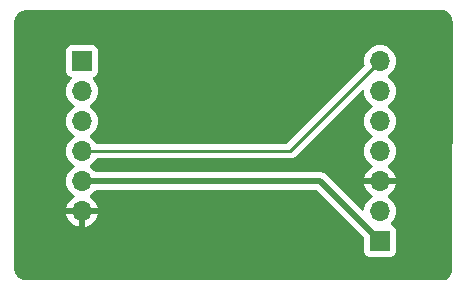
<source format=gbr>
%TF.GenerationSoftware,KiCad,Pcbnew,7.0.7*%
%TF.CreationDate,2024-04-13T21:05:36-07:00*%
%TF.ProjectId,SD-Breakout,53442d42-7265-4616-9b6f-75742e6b6963,rev?*%
%TF.SameCoordinates,Original*%
%TF.FileFunction,Copper,L2,Bot*%
%TF.FilePolarity,Positive*%
%FSLAX46Y46*%
G04 Gerber Fmt 4.6, Leading zero omitted, Abs format (unit mm)*
G04 Created by KiCad (PCBNEW 7.0.7) date 2024-04-13 21:05:36*
%MOMM*%
%LPD*%
G01*
G04 APERTURE LIST*
%TA.AperFunction,ComponentPad*%
%ADD10R,1.700000X1.700000*%
%TD*%
%TA.AperFunction,ComponentPad*%
%ADD11O,1.700000X1.700000*%
%TD*%
%TA.AperFunction,Conductor*%
%ADD12C,0.250000*%
%TD*%
%TA.AperFunction,Conductor*%
%ADD13C,0.508000*%
%TD*%
G04 APERTURE END LIST*
D10*
%TO.P,J2,1,Pin_1*%
%TO.N,/3.3V*%
X147574000Y-73660000D03*
D11*
%TO.P,J2,2,Pin_2*%
%TO.N,unconnected-(J2-Pin_2-Pad2)*%
X147574000Y-71120000D03*
%TO.P,J2,3,Pin_3*%
%TO.N,GND*%
X147574000Y-68580000D03*
%TO.P,J2,4,Pin_4*%
%TO.N,/CLK*%
X147574000Y-66040000D03*
%TO.P,J2,5,Pin_5*%
%TO.N,/MISO*%
X147574000Y-63500000D03*
%TO.P,J2,6,Pin_6*%
%TO.N,/MOSI*%
X147574000Y-60960000D03*
%TO.P,J2,7,Pin_7*%
%TO.N,/CS*%
X147574000Y-58420000D03*
%TD*%
D10*
%TO.P,J1,1,Pin_1*%
%TO.N,/MOSI*%
X122350000Y-58420000D03*
D11*
%TO.P,J1,2,Pin_2*%
%TO.N,/MISO*%
X122350000Y-60960000D03*
%TO.P,J1,3,Pin_3*%
%TO.N,/CLK*%
X122350000Y-63500000D03*
%TO.P,J1,4,Pin_4*%
%TO.N,/CS*%
X122350000Y-66040000D03*
%TO.P,J1,5,Pin_5*%
%TO.N,/3.3V*%
X122350000Y-68580000D03*
%TO.P,J1,6,Pin_6*%
%TO.N,GND*%
X122350000Y-71120000D03*
%TD*%
D12*
%TO.N,/CS*%
X122350000Y-66040000D02*
X139954000Y-66040000D01*
X139954000Y-66040000D02*
X147574000Y-58420000D01*
D13*
%TO.N,/3.3V*%
X142494000Y-68580000D02*
X147574000Y-73660000D01*
X122350000Y-68580000D02*
X142494000Y-68580000D01*
%TD*%
%TA.AperFunction,Conductor*%
%TO.N,GND*%
G36*
X146137675Y-60843428D02*
G01*
X146193608Y-60885300D01*
X146218025Y-60950764D01*
X146218341Y-60959610D01*
X146218341Y-60960000D01*
X146238936Y-61195403D01*
X146238938Y-61195413D01*
X146300094Y-61423655D01*
X146300096Y-61423659D01*
X146300097Y-61423663D01*
X146399965Y-61637830D01*
X146399967Y-61637834D01*
X146535501Y-61831395D01*
X146535506Y-61831402D01*
X146702597Y-61998493D01*
X146702603Y-61998498D01*
X146888158Y-62128425D01*
X146931783Y-62183002D01*
X146938977Y-62252500D01*
X146907454Y-62314855D01*
X146888158Y-62331575D01*
X146702597Y-62461505D01*
X146535505Y-62628597D01*
X146399965Y-62822169D01*
X146399964Y-62822171D01*
X146300098Y-63036335D01*
X146300094Y-63036344D01*
X146238938Y-63264586D01*
X146238936Y-63264596D01*
X146218341Y-63499999D01*
X146218341Y-63500000D01*
X146238936Y-63735403D01*
X146238938Y-63735413D01*
X146300094Y-63963655D01*
X146300096Y-63963659D01*
X146300097Y-63963663D01*
X146399964Y-64177830D01*
X146399965Y-64177830D01*
X146399967Y-64177834D01*
X146535501Y-64371395D01*
X146535506Y-64371402D01*
X146702597Y-64538493D01*
X146702603Y-64538498D01*
X146888158Y-64668425D01*
X146931783Y-64723002D01*
X146938977Y-64792500D01*
X146907454Y-64854855D01*
X146888158Y-64871575D01*
X146702597Y-65001505D01*
X146535505Y-65168597D01*
X146399965Y-65362169D01*
X146399964Y-65362171D01*
X146300098Y-65576335D01*
X146300094Y-65576344D01*
X146238938Y-65804586D01*
X146238936Y-65804596D01*
X146218341Y-66039999D01*
X146218341Y-66040000D01*
X146238936Y-66275403D01*
X146238938Y-66275413D01*
X146300094Y-66503655D01*
X146300096Y-66503659D01*
X146300097Y-66503663D01*
X146346630Y-66603453D01*
X146399965Y-66717830D01*
X146399967Y-66717834D01*
X146508281Y-66872521D01*
X146535501Y-66911396D01*
X146535506Y-66911402D01*
X146702597Y-67078493D01*
X146702603Y-67078498D01*
X146888594Y-67208730D01*
X146932219Y-67263307D01*
X146939413Y-67332805D01*
X146907890Y-67395160D01*
X146888595Y-67411880D01*
X146702922Y-67541890D01*
X146702920Y-67541891D01*
X146535891Y-67708920D01*
X146535886Y-67708926D01*
X146400400Y-67902420D01*
X146400399Y-67902422D01*
X146300570Y-68116507D01*
X146300567Y-68116513D01*
X146243364Y-68329999D01*
X146243364Y-68330000D01*
X146960653Y-68330000D01*
X147027692Y-68349685D01*
X147073447Y-68402489D01*
X147083391Y-68471647D01*
X147079631Y-68488933D01*
X147074000Y-68508111D01*
X147074000Y-68651888D01*
X147079631Y-68671067D01*
X147079630Y-68740936D01*
X147041855Y-68799714D01*
X146978299Y-68828738D01*
X146960653Y-68830000D01*
X146243364Y-68830000D01*
X146300567Y-69043486D01*
X146300570Y-69043492D01*
X146400399Y-69257578D01*
X146535894Y-69451082D01*
X146702917Y-69618105D01*
X146888595Y-69748119D01*
X146932219Y-69802696D01*
X146939412Y-69872195D01*
X146907890Y-69934549D01*
X146888595Y-69951269D01*
X146702594Y-70081508D01*
X146535505Y-70248597D01*
X146399965Y-70442169D01*
X146399964Y-70442171D01*
X146300098Y-70656335D01*
X146300094Y-70656344D01*
X146238938Y-70884586D01*
X146238936Y-70884596D01*
X146232079Y-70962973D01*
X146206626Y-71028042D01*
X146150035Y-71069020D01*
X146080273Y-71072898D01*
X146020870Y-71039846D01*
X143072766Y-68091742D01*
X143060984Y-68078109D01*
X143057604Y-68073569D01*
X143046539Y-68058706D01*
X143046537Y-68058704D01*
X143046538Y-68058704D01*
X143018932Y-68035541D01*
X143006285Y-68024928D01*
X143002310Y-68021286D01*
X142996441Y-68015417D01*
X142996440Y-68015416D01*
X142996438Y-68015414D01*
X142970584Y-67994972D01*
X142911427Y-67945333D01*
X142905394Y-67941365D01*
X142905422Y-67941321D01*
X142898961Y-67937204D01*
X142898934Y-67937250D01*
X142892790Y-67933460D01*
X142822808Y-67900827D01*
X142753815Y-67866177D01*
X142747031Y-67863708D01*
X142747049Y-67863658D01*
X142739807Y-67861141D01*
X142739791Y-67861191D01*
X142732938Y-67858920D01*
X142657311Y-67843304D01*
X142582181Y-67825498D01*
X142575014Y-67824661D01*
X142575020Y-67824607D01*
X142567405Y-67823829D01*
X142567401Y-67823883D01*
X142560210Y-67823253D01*
X142483018Y-67825500D01*
X123534901Y-67825500D01*
X123467862Y-67805815D01*
X123433326Y-67772624D01*
X123426128Y-67762345D01*
X123388495Y-67708599D01*
X123221401Y-67541505D01*
X123221399Y-67541504D01*
X123221396Y-67541501D01*
X123035842Y-67411575D01*
X122992217Y-67356998D01*
X122985023Y-67287500D01*
X123016546Y-67225145D01*
X123035842Y-67208425D01*
X123058026Y-67192891D01*
X123221401Y-67078495D01*
X123388495Y-66911401D01*
X123523651Y-66718377D01*
X123578229Y-66674752D01*
X123625227Y-66665500D01*
X139871257Y-66665500D01*
X139886877Y-66667224D01*
X139886904Y-66666939D01*
X139894660Y-66667671D01*
X139894667Y-66667673D01*
X139963814Y-66665500D01*
X139993350Y-66665500D01*
X140000228Y-66664630D01*
X140006041Y-66664172D01*
X140052627Y-66662709D01*
X140071869Y-66657117D01*
X140090912Y-66653174D01*
X140110792Y-66650664D01*
X140154122Y-66633507D01*
X140159646Y-66631617D01*
X140163396Y-66630527D01*
X140204390Y-66618618D01*
X140221629Y-66608422D01*
X140239103Y-66599862D01*
X140257727Y-66592488D01*
X140257727Y-66592487D01*
X140257732Y-66592486D01*
X140295449Y-66565082D01*
X140300305Y-66561892D01*
X140340420Y-66538170D01*
X140354589Y-66523999D01*
X140369379Y-66511368D01*
X140385587Y-66499594D01*
X140415299Y-66463676D01*
X140419212Y-66459376D01*
X146006662Y-60871927D01*
X146067983Y-60838444D01*
X146137675Y-60843428D01*
G37*
%TD.AperFunction*%
%TA.AperFunction,Conductor*%
G36*
X152700302Y-54059158D02*
G01*
X152743055Y-54062897D01*
X152872306Y-54075626D01*
X152892229Y-54079250D01*
X152959813Y-54097358D01*
X153054962Y-54126220D01*
X153071367Y-54132497D01*
X153139817Y-54164415D01*
X153142834Y-54165923D01*
X153228395Y-54211655D01*
X153234714Y-54215537D01*
X153301881Y-54262568D01*
X153305635Y-54265415D01*
X153358751Y-54309006D01*
X153379233Y-54325815D01*
X153383733Y-54329893D01*
X153442104Y-54388264D01*
X153446183Y-54392765D01*
X153506573Y-54466350D01*
X153509435Y-54470123D01*
X153556456Y-54537276D01*
X153560348Y-54543612D01*
X153606071Y-54629156D01*
X153607583Y-54632181D01*
X153639501Y-54700631D01*
X153645779Y-54717038D01*
X153674642Y-54812188D01*
X153692746Y-54879762D01*
X153696373Y-54899698D01*
X153709099Y-55028925D01*
X153712837Y-55071650D01*
X153713073Y-55077185D01*
X153669607Y-75894289D01*
X153669500Y-75894650D01*
X153669500Y-75943601D01*
X153669315Y-75948389D01*
X153667013Y-75978119D01*
X153650575Y-76154877D01*
X153649181Y-76163391D01*
X153631227Y-76239447D01*
X153630502Y-76242229D01*
X153595078Y-76366262D01*
X153592890Y-76372605D01*
X153560568Y-76452052D01*
X153558592Y-76456417D01*
X153503487Y-76566628D01*
X153501180Y-76570828D01*
X153457021Y-76644342D01*
X153453261Y-76649898D01*
X153375274Y-76752677D01*
X153373483Y-76754926D01*
X153323430Y-76814900D01*
X153317456Y-76821123D01*
X153197990Y-76929383D01*
X153135096Y-76959814D01*
X153114724Y-76961499D01*
X117604705Y-76961499D01*
X117599303Y-76961263D01*
X117572473Y-76958916D01*
X117556484Y-76957517D01*
X117427282Y-76944791D01*
X117407344Y-76941163D01*
X117339758Y-76923054D01*
X117244624Y-76894196D01*
X117228215Y-76887917D01*
X117183632Y-76867128D01*
X117159751Y-76855992D01*
X117156737Y-76854485D01*
X117071196Y-76808762D01*
X117064862Y-76804871D01*
X116997707Y-76757849D01*
X116993942Y-76754992D01*
X116920346Y-76694593D01*
X116915845Y-76690514D01*
X116857483Y-76632152D01*
X116853405Y-76627652D01*
X116793002Y-76554051D01*
X116790156Y-76550300D01*
X116743122Y-76483128D01*
X116739242Y-76476812D01*
X116693498Y-76391232D01*
X116692021Y-76388278D01*
X116660079Y-76319778D01*
X116653806Y-76303384D01*
X116624945Y-76208241D01*
X116624662Y-76207185D01*
X116606834Y-76140649D01*
X116603208Y-76120724D01*
X116590482Y-75991516D01*
X116586733Y-75948670D01*
X116586500Y-75943317D01*
X116586500Y-68580000D01*
X120994341Y-68580000D01*
X121014936Y-68815403D01*
X121014938Y-68815413D01*
X121076094Y-69043655D01*
X121076096Y-69043659D01*
X121076097Y-69043663D01*
X121175847Y-69257578D01*
X121175965Y-69257830D01*
X121175967Y-69257834D01*
X121255081Y-69370819D01*
X121311504Y-69451400D01*
X121311506Y-69451402D01*
X121478597Y-69618493D01*
X121478603Y-69618498D01*
X121664594Y-69748730D01*
X121708219Y-69803307D01*
X121715413Y-69872805D01*
X121683890Y-69935160D01*
X121664595Y-69951880D01*
X121478922Y-70081890D01*
X121478920Y-70081891D01*
X121311891Y-70248920D01*
X121311886Y-70248926D01*
X121176400Y-70442420D01*
X121176399Y-70442422D01*
X121076570Y-70656507D01*
X121076567Y-70656513D01*
X121019364Y-70869999D01*
X121019364Y-70870000D01*
X121736653Y-70870000D01*
X121803692Y-70889685D01*
X121849447Y-70942489D01*
X121859391Y-71011647D01*
X121855631Y-71028933D01*
X121850000Y-71048111D01*
X121850000Y-71191888D01*
X121855631Y-71211067D01*
X121855630Y-71280936D01*
X121817855Y-71339714D01*
X121754299Y-71368738D01*
X121736653Y-71370000D01*
X121019364Y-71370000D01*
X121076567Y-71583486D01*
X121076570Y-71583492D01*
X121176399Y-71797578D01*
X121311894Y-71991082D01*
X121478917Y-72158105D01*
X121672421Y-72293600D01*
X121886507Y-72393429D01*
X121886516Y-72393433D01*
X122099998Y-72450635D01*
X122099998Y-71732300D01*
X122119682Y-71665261D01*
X122172486Y-71619506D01*
X122241642Y-71609562D01*
X122314237Y-71620000D01*
X122314240Y-71620000D01*
X122385762Y-71620000D01*
X122385763Y-71620000D01*
X122458353Y-71609563D01*
X122527512Y-71619507D01*
X122580315Y-71665262D01*
X122600000Y-71732301D01*
X122599999Y-72450633D01*
X122813483Y-72393433D01*
X122813492Y-72393429D01*
X123027578Y-72293600D01*
X123221082Y-72158105D01*
X123388105Y-71991082D01*
X123523600Y-71797578D01*
X123623429Y-71583492D01*
X123623432Y-71583486D01*
X123680636Y-71370000D01*
X122963347Y-71370000D01*
X122896308Y-71350315D01*
X122850553Y-71297511D01*
X122840609Y-71228353D01*
X122844369Y-71211067D01*
X122850000Y-71191888D01*
X122850000Y-71048111D01*
X122844369Y-71028933D01*
X122844370Y-70959064D01*
X122882145Y-70900286D01*
X122945701Y-70871262D01*
X122963347Y-70870000D01*
X123680636Y-70870000D01*
X123680635Y-70869999D01*
X123623432Y-70656513D01*
X123623429Y-70656507D01*
X123523600Y-70442422D01*
X123523599Y-70442420D01*
X123388113Y-70248926D01*
X123388108Y-70248920D01*
X123221078Y-70081890D01*
X123035405Y-69951879D01*
X122991780Y-69897302D01*
X122984588Y-69827804D01*
X123016110Y-69765449D01*
X123035406Y-69748730D01*
X123036279Y-69748119D01*
X123221401Y-69618495D01*
X123388495Y-69451401D01*
X123433325Y-69387376D01*
X123487904Y-69343751D01*
X123534901Y-69334500D01*
X142130114Y-69334500D01*
X142197153Y-69354185D01*
X142217795Y-69370819D01*
X146187181Y-73340205D01*
X146220666Y-73401528D01*
X146223500Y-73427886D01*
X146223500Y-74557870D01*
X146223501Y-74557876D01*
X146229908Y-74617483D01*
X146280202Y-74752328D01*
X146280206Y-74752335D01*
X146366452Y-74867544D01*
X146366455Y-74867547D01*
X146481664Y-74953793D01*
X146481671Y-74953797D01*
X146616517Y-75004091D01*
X146616516Y-75004091D01*
X146623444Y-75004835D01*
X146676127Y-75010500D01*
X148471872Y-75010499D01*
X148531483Y-75004091D01*
X148666331Y-74953796D01*
X148781546Y-74867546D01*
X148867796Y-74752331D01*
X148918091Y-74617483D01*
X148924500Y-74557873D01*
X148924499Y-72762128D01*
X148918091Y-72702517D01*
X148867796Y-72567669D01*
X148867795Y-72567668D01*
X148867793Y-72567664D01*
X148781547Y-72452455D01*
X148781544Y-72452452D01*
X148666335Y-72366206D01*
X148666328Y-72366202D01*
X148534917Y-72317189D01*
X148478983Y-72275318D01*
X148454566Y-72209853D01*
X148469418Y-72141580D01*
X148490563Y-72113332D01*
X148612495Y-71991401D01*
X148748035Y-71797830D01*
X148847903Y-71583663D01*
X148909063Y-71355408D01*
X148929659Y-71120000D01*
X148909063Y-70884592D01*
X148847903Y-70656337D01*
X148748035Y-70442171D01*
X148612495Y-70248599D01*
X148612494Y-70248597D01*
X148445402Y-70081506D01*
X148445401Y-70081505D01*
X148277844Y-69964180D01*
X148259405Y-69951269D01*
X148215781Y-69896692D01*
X148208588Y-69827193D01*
X148240110Y-69764839D01*
X148259405Y-69748119D01*
X148445082Y-69618105D01*
X148612105Y-69451082D01*
X148747600Y-69257578D01*
X148847429Y-69043492D01*
X148847432Y-69043486D01*
X148904636Y-68830000D01*
X148187347Y-68830000D01*
X148120308Y-68810315D01*
X148074553Y-68757511D01*
X148064609Y-68688353D01*
X148068369Y-68671067D01*
X148074000Y-68651888D01*
X148074000Y-68508111D01*
X148068369Y-68488933D01*
X148068370Y-68419064D01*
X148106145Y-68360286D01*
X148169701Y-68331262D01*
X148187347Y-68330000D01*
X148904636Y-68330000D01*
X148904635Y-68329999D01*
X148847432Y-68116513D01*
X148847429Y-68116507D01*
X148747600Y-67902422D01*
X148747599Y-67902420D01*
X148612113Y-67708926D01*
X148612108Y-67708920D01*
X148445078Y-67541890D01*
X148259405Y-67411879D01*
X148215780Y-67357302D01*
X148208588Y-67287804D01*
X148240110Y-67225449D01*
X148259406Y-67208730D01*
X148259842Y-67208425D01*
X148445401Y-67078495D01*
X148612495Y-66911401D01*
X148748035Y-66717830D01*
X148847903Y-66503663D01*
X148909063Y-66275408D01*
X148929659Y-66040000D01*
X148909063Y-65804592D01*
X148847903Y-65576337D01*
X148748035Y-65362171D01*
X148747652Y-65361623D01*
X148612494Y-65168597D01*
X148445402Y-65001506D01*
X148445396Y-65001501D01*
X148259842Y-64871575D01*
X148216217Y-64816998D01*
X148209023Y-64747500D01*
X148240546Y-64685145D01*
X148259842Y-64668425D01*
X148282026Y-64652891D01*
X148445401Y-64538495D01*
X148612495Y-64371401D01*
X148748035Y-64177830D01*
X148847903Y-63963663D01*
X148909063Y-63735408D01*
X148929659Y-63500000D01*
X148909063Y-63264592D01*
X148847903Y-63036337D01*
X148748035Y-62822171D01*
X148612495Y-62628599D01*
X148612494Y-62628597D01*
X148445402Y-62461506D01*
X148445401Y-62461505D01*
X148259842Y-62331575D01*
X148259841Y-62331574D01*
X148216216Y-62276997D01*
X148209024Y-62207498D01*
X148240546Y-62145144D01*
X148259836Y-62128428D01*
X148445401Y-61998495D01*
X148612495Y-61831401D01*
X148748035Y-61637830D01*
X148847903Y-61423663D01*
X148909063Y-61195408D01*
X148929659Y-60960000D01*
X148909063Y-60724592D01*
X148847903Y-60496337D01*
X148748035Y-60282171D01*
X148612495Y-60088599D01*
X148612494Y-60088597D01*
X148445402Y-59921506D01*
X148445396Y-59921501D01*
X148259842Y-59791575D01*
X148216217Y-59736998D01*
X148209023Y-59667500D01*
X148240546Y-59605145D01*
X148259842Y-59588425D01*
X148282026Y-59572891D01*
X148445401Y-59458495D01*
X148612495Y-59291401D01*
X148748035Y-59097830D01*
X148847903Y-58883663D01*
X148909063Y-58655408D01*
X148929659Y-58420000D01*
X148909063Y-58184592D01*
X148847903Y-57956337D01*
X148748035Y-57742171D01*
X148612495Y-57548599D01*
X148612494Y-57548597D01*
X148445402Y-57381506D01*
X148445395Y-57381501D01*
X148251834Y-57245967D01*
X148251830Y-57245965D01*
X148251830Y-57245964D01*
X148037663Y-57146097D01*
X148037659Y-57146096D01*
X148037655Y-57146094D01*
X147809413Y-57084938D01*
X147809403Y-57084936D01*
X147574001Y-57064341D01*
X147573999Y-57064341D01*
X147338596Y-57084936D01*
X147338586Y-57084938D01*
X147110344Y-57146094D01*
X147110335Y-57146098D01*
X146896171Y-57245964D01*
X146896169Y-57245965D01*
X146702597Y-57381505D01*
X146535505Y-57548597D01*
X146399965Y-57742169D01*
X146399964Y-57742171D01*
X146300098Y-57956335D01*
X146300094Y-57956344D01*
X146238938Y-58184586D01*
X146238936Y-58184596D01*
X146218341Y-58419999D01*
X146218341Y-58420000D01*
X146238937Y-58655408D01*
X146265855Y-58755873D01*
X146264192Y-58825723D01*
X146233761Y-58875646D01*
X139731228Y-65378181D01*
X139669905Y-65411666D01*
X139643547Y-65414500D01*
X123625227Y-65414500D01*
X123558188Y-65394815D01*
X123523652Y-65361623D01*
X123388494Y-65168597D01*
X123221402Y-65001506D01*
X123221396Y-65001501D01*
X123035842Y-64871575D01*
X122992217Y-64816998D01*
X122985023Y-64747500D01*
X123016546Y-64685145D01*
X123035842Y-64668425D01*
X123058026Y-64652891D01*
X123221401Y-64538495D01*
X123388495Y-64371401D01*
X123524035Y-64177830D01*
X123623903Y-63963663D01*
X123685063Y-63735408D01*
X123705659Y-63500000D01*
X123685063Y-63264592D01*
X123623903Y-63036337D01*
X123524035Y-62822171D01*
X123388495Y-62628599D01*
X123388494Y-62628597D01*
X123221402Y-62461506D01*
X123221396Y-62461501D01*
X123035842Y-62331575D01*
X122992217Y-62276998D01*
X122985023Y-62207500D01*
X123016546Y-62145145D01*
X123035842Y-62128425D01*
X123058026Y-62112891D01*
X123221401Y-61998495D01*
X123388495Y-61831401D01*
X123524035Y-61637830D01*
X123623903Y-61423663D01*
X123685063Y-61195408D01*
X123705659Y-60960000D01*
X123685063Y-60724592D01*
X123623903Y-60496337D01*
X123524035Y-60282171D01*
X123388495Y-60088599D01*
X123266567Y-59966671D01*
X123233084Y-59905351D01*
X123238068Y-59835659D01*
X123279939Y-59779725D01*
X123310915Y-59762810D01*
X123442331Y-59713796D01*
X123557546Y-59627546D01*
X123643796Y-59512331D01*
X123694091Y-59377483D01*
X123700500Y-59317873D01*
X123700499Y-57522128D01*
X123694091Y-57462517D01*
X123643796Y-57327669D01*
X123643795Y-57327668D01*
X123643793Y-57327664D01*
X123557547Y-57212455D01*
X123557544Y-57212452D01*
X123442335Y-57126206D01*
X123442328Y-57126202D01*
X123307482Y-57075908D01*
X123307483Y-57075908D01*
X123247883Y-57069501D01*
X123247881Y-57069500D01*
X123247873Y-57069500D01*
X123247864Y-57069500D01*
X121452129Y-57069500D01*
X121452123Y-57069501D01*
X121392516Y-57075908D01*
X121257671Y-57126202D01*
X121257664Y-57126206D01*
X121142455Y-57212452D01*
X121142452Y-57212455D01*
X121056206Y-57327664D01*
X121056202Y-57327671D01*
X121005908Y-57462517D01*
X120999501Y-57522116D01*
X120999501Y-57522123D01*
X120999500Y-57522135D01*
X120999500Y-59317870D01*
X120999501Y-59317876D01*
X121005908Y-59377483D01*
X121056202Y-59512328D01*
X121056206Y-59512335D01*
X121142452Y-59627544D01*
X121142455Y-59627547D01*
X121257664Y-59713793D01*
X121257671Y-59713797D01*
X121389081Y-59762810D01*
X121445015Y-59804681D01*
X121469432Y-59870145D01*
X121454580Y-59938418D01*
X121433430Y-59966673D01*
X121311503Y-60088600D01*
X121175965Y-60282169D01*
X121175964Y-60282171D01*
X121076098Y-60496335D01*
X121076094Y-60496344D01*
X121014938Y-60724586D01*
X121014936Y-60724596D01*
X120994341Y-60959999D01*
X120994341Y-60960000D01*
X121014936Y-61195403D01*
X121014938Y-61195413D01*
X121076094Y-61423655D01*
X121076096Y-61423659D01*
X121076097Y-61423663D01*
X121175964Y-61637830D01*
X121175965Y-61637830D01*
X121175967Y-61637834D01*
X121311501Y-61831395D01*
X121311506Y-61831402D01*
X121478597Y-61998493D01*
X121478603Y-61998498D01*
X121664158Y-62128425D01*
X121707783Y-62183002D01*
X121714977Y-62252500D01*
X121683454Y-62314855D01*
X121664158Y-62331575D01*
X121478597Y-62461505D01*
X121311505Y-62628597D01*
X121175965Y-62822169D01*
X121175964Y-62822171D01*
X121076098Y-63036335D01*
X121076094Y-63036344D01*
X121014938Y-63264586D01*
X121014936Y-63264596D01*
X120994341Y-63499999D01*
X120994341Y-63500000D01*
X121014936Y-63735403D01*
X121014938Y-63735413D01*
X121076094Y-63963655D01*
X121076096Y-63963659D01*
X121076097Y-63963663D01*
X121175965Y-64177830D01*
X121175967Y-64177834D01*
X121311501Y-64371395D01*
X121311506Y-64371402D01*
X121478597Y-64538493D01*
X121478603Y-64538498D01*
X121664158Y-64668425D01*
X121707783Y-64723002D01*
X121714977Y-64792500D01*
X121683454Y-64854855D01*
X121664158Y-64871575D01*
X121478597Y-65001505D01*
X121311505Y-65168597D01*
X121175965Y-65362169D01*
X121175964Y-65362171D01*
X121076098Y-65576335D01*
X121076094Y-65576344D01*
X121014938Y-65804586D01*
X121014936Y-65804596D01*
X120994341Y-66039999D01*
X120994341Y-66040000D01*
X121014936Y-66275403D01*
X121014938Y-66275413D01*
X121076094Y-66503655D01*
X121076096Y-66503659D01*
X121076097Y-66503663D01*
X121122630Y-66603453D01*
X121175965Y-66717830D01*
X121175967Y-66717834D01*
X121284281Y-66872521D01*
X121311501Y-66911396D01*
X121311506Y-66911402D01*
X121478597Y-67078493D01*
X121478603Y-67078498D01*
X121664158Y-67208425D01*
X121707783Y-67263002D01*
X121714977Y-67332500D01*
X121683454Y-67394855D01*
X121664158Y-67411575D01*
X121478597Y-67541505D01*
X121311505Y-67708597D01*
X121175965Y-67902169D01*
X121175964Y-67902171D01*
X121076098Y-68116335D01*
X121076094Y-68116344D01*
X121014938Y-68344586D01*
X121014936Y-68344596D01*
X120994341Y-68579999D01*
X120994341Y-68580000D01*
X116586500Y-68580000D01*
X116586500Y-55120680D01*
X116586733Y-55115329D01*
X116590477Y-55072535D01*
X116594773Y-55028925D01*
X116603208Y-54943273D01*
X116606832Y-54923356D01*
X116624947Y-54855750D01*
X116653809Y-54760605D01*
X116660074Y-54744230D01*
X116692035Y-54675691D01*
X116693482Y-54672796D01*
X116739250Y-54587171D01*
X116743112Y-54580885D01*
X116790174Y-54513673D01*
X116792982Y-54509972D01*
X116853424Y-54436324D01*
X116857463Y-54431867D01*
X116915867Y-54373463D01*
X116920324Y-54369424D01*
X116993972Y-54308982D01*
X116997673Y-54306174D01*
X117064885Y-54259112D01*
X117071171Y-54255250D01*
X117156796Y-54209482D01*
X117159691Y-54208035D01*
X117228230Y-54176074D01*
X117244605Y-54169809D01*
X117339725Y-54140953D01*
X117407356Y-54122832D01*
X117427271Y-54119209D01*
X117556494Y-54106481D01*
X117599306Y-54102735D01*
X117604705Y-54102500D01*
X117653192Y-54102500D01*
X117653768Y-54102435D01*
X152694850Y-54058923D01*
X152700302Y-54059158D01*
G37*
%TD.AperFunction*%
%TD*%
M02*

</source>
